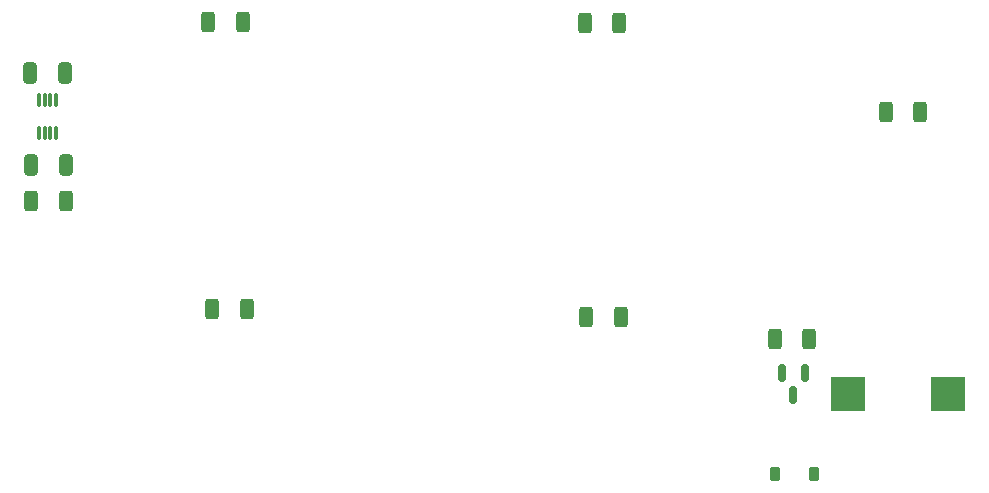
<source format=gbr>
%TF.GenerationSoftware,KiCad,Pcbnew,8.0.6*%
%TF.CreationDate,2025-07-11T21:41:36-04:00*%
%TF.ProjectId,receiver,72656365-6976-4657-922e-6b696361645f,rev?*%
%TF.SameCoordinates,Original*%
%TF.FileFunction,Paste,Bot*%
%TF.FilePolarity,Positive*%
%FSLAX46Y46*%
G04 Gerber Fmt 4.6, Leading zero omitted, Abs format (unit mm)*
G04 Created by KiCad (PCBNEW 8.0.6) date 2025-07-11 21:41:36*
%MOMM*%
%LPD*%
G01*
G04 APERTURE LIST*
G04 Aperture macros list*
%AMRoundRect*
0 Rectangle with rounded corners*
0 $1 Rounding radius*
0 $2 $3 $4 $5 $6 $7 $8 $9 X,Y pos of 4 corners*
0 Add a 4 corners polygon primitive as box body*
4,1,4,$2,$3,$4,$5,$6,$7,$8,$9,$2,$3,0*
0 Add four circle primitives for the rounded corners*
1,1,$1+$1,$2,$3*
1,1,$1+$1,$4,$5*
1,1,$1+$1,$6,$7*
1,1,$1+$1,$8,$9*
0 Add four rect primitives between the rounded corners*
20,1,$1+$1,$2,$3,$4,$5,0*
20,1,$1+$1,$4,$5,$6,$7,0*
20,1,$1+$1,$6,$7,$8,$9,0*
20,1,$1+$1,$8,$9,$2,$3,0*%
G04 Aperture macros list end*
%ADD10R,3.000000X3.000000*%
%ADD11RoundRect,0.250000X-0.312500X-0.625000X0.312500X-0.625000X0.312500X0.625000X-0.312500X0.625000X0*%
%ADD12RoundRect,0.250000X0.312500X0.625000X-0.312500X0.625000X-0.312500X-0.625000X0.312500X-0.625000X0*%
%ADD13RoundRect,0.250000X-0.325000X-0.650000X0.325000X-0.650000X0.325000X0.650000X-0.325000X0.650000X0*%
%ADD14RoundRect,0.033750X-0.101250X0.526250X-0.101250X-0.526250X0.101250X-0.526250X0.101250X0.526250X0*%
%ADD15RoundRect,0.225000X0.225000X0.375000X-0.225000X0.375000X-0.225000X-0.375000X0.225000X-0.375000X0*%
%ADD16RoundRect,0.150000X-0.150000X0.587500X-0.150000X-0.587500X0.150000X-0.587500X0.150000X0.587500X0*%
%ADD17RoundRect,0.250000X0.325000X0.650000X-0.325000X0.650000X-0.325000X-0.650000X0.325000X-0.650000X0*%
G04 APERTURE END LIST*
D10*
%TO.C,BZ1*%
X200487407Y-139324589D03*
X192087407Y-139324589D03*
%TD*%
D11*
%TO.C,BUT_R3*%
X138244227Y-132163294D03*
X141169227Y-132163294D03*
%TD*%
D12*
%TO.C,BUT_R1*%
X172707257Y-107912404D03*
X169782257Y-107912404D03*
%TD*%
%TO.C,BUZ_R1*%
X198161742Y-115422974D03*
X195236742Y-115422974D03*
%TD*%
D11*
%TO.C,BUT_R4*%
X137888033Y-107853039D03*
X140813033Y-107853039D03*
%TD*%
D13*
%TO.C,LLS_C1*%
X122828004Y-112133987D03*
X125778004Y-112133987D03*
%TD*%
D14*
%TO.C,U5*%
X123532048Y-114438266D03*
X124032048Y-114438266D03*
X124532048Y-114438266D03*
X125032048Y-114438266D03*
X125032048Y-117248266D03*
X124532048Y-117248266D03*
X124032048Y-117248266D03*
X123532048Y-117248266D03*
%TD*%
D15*
%TO.C,BUZ_D1*%
X189192870Y-146127445D03*
X185892870Y-146127445D03*
%TD*%
D16*
%TO.C,Q1*%
X187440594Y-139411476D03*
X186490594Y-137536476D03*
X188390594Y-137536476D03*
%TD*%
D17*
%TO.C,LLS_C2*%
X125805134Y-119987997D03*
X122855134Y-119987997D03*
%TD*%
D12*
%TO.C,LLS_R2*%
X125820556Y-123003474D03*
X122895556Y-123003474D03*
%TD*%
D11*
%TO.C,BUZ_R2*%
X185844786Y-134688525D03*
X188769786Y-134688525D03*
%TD*%
D12*
%TO.C,BUT_R2*%
X172833409Y-132816316D03*
X169908409Y-132816316D03*
%TD*%
M02*

</source>
